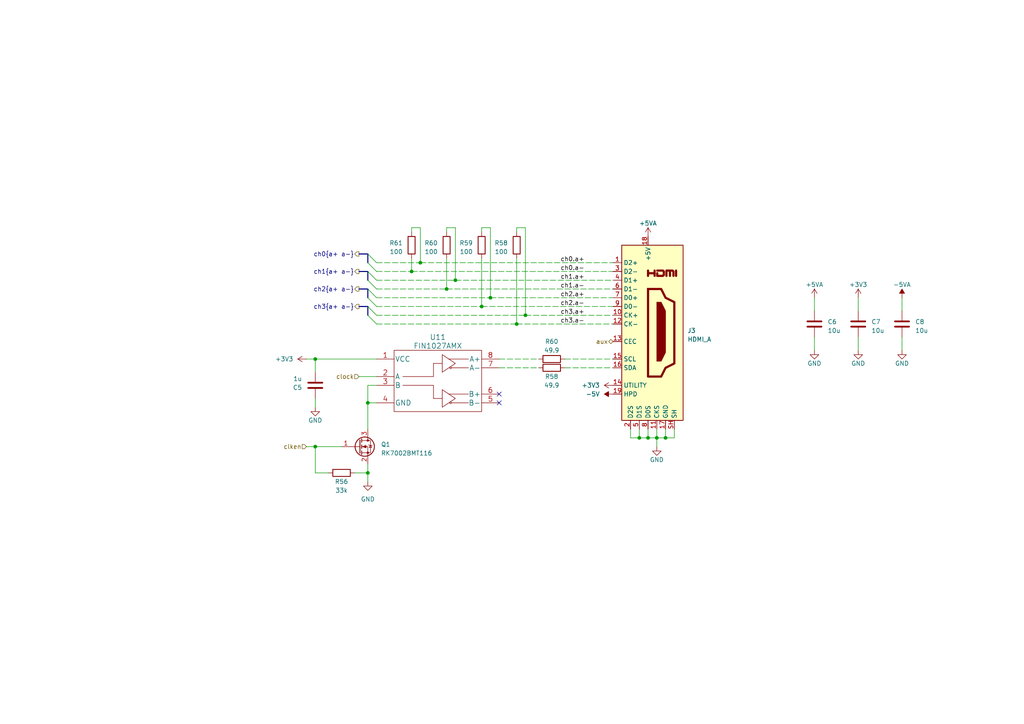
<source format=kicad_sch>
(kicad_sch (version 20221004) (generator eeschema)
  (paper "A4")
  (title_block (title "sin(π)") (date "2022-11-23") (rev "draft 0") (company "Porucha"))
  (lib_symbols
    (symbol "0000:FIN1027AMX" (pin_names (offset 0.254))
      (property "Reference" "U" (at 0 12.7 0))
      (property "Value" "FIN1027AMX" (at 0 10.16 0))
      (symbol "FIN1027AMX_1_1"
        (rectangle (start -12.7 7.62) (end 12.7 -10.16))
        (polyline (pts (xy 1.27 -6.35) (xy -1.27 -6.35)))
        (polyline (pts (xy 1.27 3.81) (xy -1.27 3.81)))
        (polyline (pts (xy 3.937 -7.62) (xy 8.89 -7.62)))
        (polyline (pts (xy 3.937 2.54) (xy 8.89 2.54)))
        (polyline (pts (xy 8.89 -5.08) (xy 3.175 -5.08)))
        (polyline (pts (xy 8.89 5.08) (xy 3.175 5.08)))
        (polyline (pts (xy -1.27 -6.35) (xy -1.27 -2.54) (xy -10.16 -2.54)))
        (polyline (pts (xy -1.27 3.81) (xy -1.27 0) (xy -10.16 0)))
        (polyline (pts (xy 1.27 -3.81) (xy 5.08 -6.35) (xy 1.27 -8.89) (xy 1.27 -3.81)))
        (polyline (pts (xy 1.27 6.35) (xy 5.08 3.81) (xy 1.27 1.27) (xy 1.27 6.35)))
        (circle (center 3.683 -7.62) (radius 0.254))
        (circle (center 3.683 2.54) (radius 0.254))
        (pin power_in line (at -17.78 5.08 0) (length 5.08) (name "VCC") (number "1"))
        (pin input line (at -17.78 0 0) (length 5.08) (name "A") (number "2"))
        (pin input line (at -17.78 -2.54 0) (length 5.08) (name "B") (number "3"))
        (pin power_in line (at -17.78 -7.62 0) (length 5.08) (name "GND") (number "4"))
        (pin output line (at 17.78 -7.62 180) (length 5.08) (name "B-") (number "5"))
        (pin output line (at 17.78 -5.08 180) (length 5.08) (name "B+") (number "6"))
        (pin output line (at 17.78 2.54 180) (length 5.08) (name "A-") (number "7"))
        (pin output line (at 17.78 5.08 180) (length 5.08) (name "A+") (number "8"))
      )
    )
    (symbol "Connector:HDMI_A"
      (property "Reference" "J" (at -6.35 26.67 0))
      (property "Value" "HDMI_A" (at 10.16 26.67 0))
      (symbol "HDMI_A_0_0"
        (polyline (pts (xy 8.128 16.51) (xy 8.128 18.034)) (stroke (width 0.635)))
        (polyline (pts (xy 0 16.51) (xy 0 18.034) (xy 0 17.272) (xy 1.905 17.272) (xy 1.905 18.034) (xy 1.905 16.51)) (stroke (width 0.635)))
        (polyline (pts (xy 2.667 18.034) (xy 4.318 18.034) (xy 4.572 17.78) (xy 4.572 16.764) (xy 4.318 16.51) (xy 2.667 16.51) (xy 2.667 17.272)) (stroke (width 0.635)))
      )
      (symbol "HDMI_A_0_1"
        (rectangle (start -7.62 25.4) (end 10.16 -25.4) (stroke (width 0.254)) (fill (type background)))
        (polyline (pts (xy 2.54 8.89) (xy 3.81 8.89) (xy 5.08 6.35) (xy 5.08 -5.715) (xy 3.81 -8.255) (xy 2.54 -8.255) (xy 2.54 8.89)) (fill (type outline)))
        (polyline (pts (xy 5.334 16.51) (xy 5.334 18.034) (xy 6.35 18.034) (xy 6.35 16.51) (xy 6.35 18.034) (xy 7.112 18.034) (xy 7.366 17.78) (xy 7.366 16.51)) (stroke (width 0.635)))
        (polyline (pts (xy 0 12.7) (xy 0 -12.7) (xy 3.81 -12.7) (xy 5.08 -10.16) (xy 7.62 -8.89) (xy 7.62 8.89) (xy 5.08 10.16) (xy 3.81 12.7) (xy 0 12.7)) (stroke (width 0.635)))
      )
      (symbol "HDMI_A_1_1"
        (pin passive line (at -10.16 20.32 0) (length 2.54) (name "D2+") (number "1"))
        (pin passive line (at -10.16 5.08 0) (length 2.54) (name "CK+") (number "10"))
        (pin power_in line (at 2.54 -27.94 90) (length 2.54) (name "CKS") (number "11"))
        (pin passive line (at -10.16 2.54 0) (length 2.54) (name "CK-") (number "12"))
        (pin bidirectional line (at -10.16 -2.54 0) (length 2.54) (name "CEC") (number "13"))
        (pin passive line (at -10.16 -15.24 0) (length 2.54) (name "UTILITY") (number "14"))
        (pin passive line (at -10.16 -7.62 0) (length 2.54) (name "SCL") (number "15"))
        (pin bidirectional line (at -10.16 -10.16 0) (length 2.54) (name "SDA") (number "16"))
        (pin power_in line (at 5.08 -27.94 90) (length 2.54) (name "GND") (number "17"))
        (pin power_in line (at 0 27.94 270) (length 2.54) (name "+5V") (number "18"))
        (pin passive line (at -10.16 -17.78 0) (length 2.54) (name "HPD") (number "19"))
        (pin power_in line (at -5.08 -27.94 90) (length 2.54) (name "D2S") (number "2"))
        (pin passive line (at -10.16 17.78 0) (length 2.54) (name "D2-") (number "3"))
        (pin passive line (at -10.16 15.24 0) (length 2.54) (name "D1+") (number "4"))
        (pin power_in line (at -2.54 -27.94 90) (length 2.54) (name "D1S") (number "5"))
        (pin passive line (at -10.16 12.7 0) (length 2.54) (name "D1-") (number "6"))
        (pin passive line (at -10.16 10.16 0) (length 2.54) (name "D0+") (number "7"))
        (pin power_in line (at 0 -27.94 90) (length 2.54) (name "D0S") (number "8"))
        (pin passive line (at -10.16 7.62 0) (length 2.54) (name "D0-") (number "9"))
        (pin passive line (at 7.62 -27.94 90) (length 2.54) (name "SH") (number "SH"))
      )
    )
    (symbol "Device:C" (pin_numbers hide) (pin_names (offset 0.254))
      (property "Reference" "C" (at 0.635 2.54 0))
      (property "Value" "C" (at 0.635 -2.54 0))
      (symbol "C_0_1"
        (polyline (pts (xy -2.032 -0.762) (xy 2.032 -0.762)) (stroke (width 0.508)))
        (polyline (pts (xy -2.032 0.762) (xy 2.032 0.762)) (stroke (width 0.508)))
      )
      (symbol "C_1_1"
        (pin passive line (at 0 3.81 270) (length 2.794) (name "~") (number "1"))
        (pin passive line (at 0 -3.81 90) (length 2.794) (name "~") (number "2"))
      )
    )
    (symbol "Device:R" (pin_numbers hide) (pin_names (offset 0))
      (property "Reference" "R" (at 2.032 0 90))
      (property "Value" "R" (at 0 0 90))
      (symbol "R_0_1"
        (rectangle (start -1.016 -2.54) (end 1.016 2.54) (stroke (width 0.254)))
      )
      (symbol "R_1_1"
        (pin passive line (at 0 3.81 270) (length 1.27) (name "~") (number "1"))
        (pin passive line (at 0 -3.81 90) (length 1.27) (name "~") (number "2"))
      )
    )
    (symbol "Transistor_FET:2N7002" (pin_names hide)
      (property "Reference" "Q" (at 5.08 1.905 0))
      (property "Value" "2N7002" (at 5.08 0 0))
      (symbol "2N7002_0_1"
        (polyline (pts (xy 0.254 0) (xy -2.54 0)))
        (polyline (pts (xy 0.254 1.905) (xy 0.254 -1.905)) (stroke (width 0.254)))
        (polyline (pts (xy 0.762 -1.27) (xy 0.762 -2.286)) (stroke (width 0.254)))
        (polyline (pts (xy 0.762 0.508) (xy 0.762 -0.508)) (stroke (width 0.254)))
        (polyline (pts (xy 0.762 2.286) (xy 0.762 1.27)) (stroke (width 0.254)))
        (polyline (pts (xy 2.54 2.54) (xy 2.54 1.778)))
        (polyline (pts (xy 2.54 -2.54) (xy 2.54 0) (xy 0.762 0)))
        (polyline (pts (xy 0.762 -1.778) (xy 3.302 -1.778) (xy 3.302 1.778) (xy 0.762 1.778)))
        (polyline (pts (xy 1.016 0) (xy 2.032 0.381) (xy 2.032 -0.381) (xy 1.016 0)) (fill (type outline)))
        (polyline (pts (xy 2.794 0.508) (xy 2.921 0.381) (xy 3.683 0.381) (xy 3.81 0.254)))
        (polyline (pts (xy 3.302 0.381) (xy 2.921 -0.254) (xy 3.683 -0.254) (xy 3.302 0.381)))
        (circle (center 1.651 0) (radius 2.794) (stroke (width 0.254)))
        (circle (center 2.54 -1.778) (radius 0.254) (fill (type outline)))
        (circle (center 2.54 1.778) (radius 0.254) (fill (type outline)))
      )
      (symbol "2N7002_1_1"
        (pin input line (at -5.08 0 0) (length 2.54) (name "G") (number "1"))
        (pin passive line (at 2.54 -5.08 90) (length 2.54) (name "S") (number "2"))
        (pin passive line (at 2.54 5.08 270) (length 2.54) (name "D") (number "3"))
      )
    )
    (symbol "power:+3V3" (power) (pin_names (offset 0))
      (property "Value" "+3V3" (at 0 3.556 0))
      (symbol "+3V3_0_1"
        (polyline (pts (xy -0.762 1.27) (xy 0 2.54)))
        (polyline (pts (xy 0 0) (xy 0 2.54)))
        (polyline (pts (xy 0 2.54) (xy 0.762 1.27)))
      )
      (symbol "+3V3_1_1"
        (pin power_in line (at 0 0 90) (length 0) hide (name "+3V3") (number "1"))
      )
    )
    (symbol "power:+5VA" (power) (pin_names (offset 0))
      (property "Value" "+5VA" (at 0 3.556 0))
      (symbol "+5VA_0_1"
        (polyline (pts (xy -0.762 1.27) (xy 0 2.54)))
        (polyline (pts (xy 0 0) (xy 0 2.54)))
        (polyline (pts (xy 0 2.54) (xy 0.762 1.27)))
      )
      (symbol "+5VA_1_1"
        (pin power_in line (at 0 0 90) (length 0) hide (name "+5VA") (number "1"))
      )
    )
    (symbol "power:-5V" (power) (pin_names (offset 0))
      (property "Value" "-5V" (at 0 3.81 0))
      (symbol "-5V_0_0"
        (pin power_in line (at 0 0 90) (length 0) hide (name "-5V") (number "1"))
      )
      (symbol "-5V_0_1"
        (polyline (pts (xy 0 0) (xy 0 1.27) (xy 0.762 1.27) (xy 0 2.54) (xy -0.762 1.27) (xy 0 1.27)) (fill (type outline)))
      )
    )
    (symbol "power:-5VA" (power) (pin_names (offset 0))
      (property "Value" "-5VA" (at 0 3.81 0))
      (symbol "-5VA_0_0"
        (pin power_in line (at 0 0 90) (length 0) hide (name "-5VA") (number "1"))
      )
      (symbol "-5VA_0_1"
        (polyline (pts (xy 0 0) (xy 0 1.27) (xy 0.762 1.27) (xy 0 2.54) (xy -0.762 1.27) (xy 0 1.27)) (fill (type outline)))
      )
    )
    (symbol "power:GND" (power) (pin_names (offset 0))
      (property "Value" "GND" (at 0 -3.81 0))
      (symbol "GND_0_1"
        (polyline (pts (xy 0 0) (xy 0 -1.27) (xy 1.27 -1.27) (xy 0 -2.54) (xy -1.27 -1.27) (xy 0 -1.27)))
      )
      (symbol "GND_1_1"
        (pin power_in line (at 0 0 270) (length 0) hide (name "GND") (number "1"))
      )
    )
  )
  (junction (at 139.7 88.9))
  (junction (at 121.92 76.2))
  (junction (at 190.5 127))
  (junction (at 149.86 93.98))
  (junction (at 132.08 81.28))
  (junction (at 106.68 137.16))
  (junction (at 185.42 127))
  (junction (at 129.54 83.82))
  (junction (at 91.44 129.54))
  (junction (at 119.38 78.74))
  (junction (at 152.4 91.44))
  (junction (at 91.44 104.14))
  (junction (at 142.24 86.36))
  (junction (at 193.04 127))
  (junction (at 106.68 116.84))
  (junction (at 187.96 127))
  (no_connect (at 144.78 116.84))
  (no_connect (at 144.78 114.3))
  (bus_entry (at 106.68 83.82) (size 2.54 2.54))
  (bus_entry (at 106.68 78.74) (size 2.54 2.54))
  (bus_entry (at 106.68 76.2) (size 2.54 2.54))
  (bus_entry (at 106.68 88.9) (size 2.54 2.54))
  (bus_entry (at 106.68 81.28) (size 2.54 2.54))
  (bus_entry (at 106.68 86.36) (size 2.54 2.54))
  (bus_entry (at 106.68 73.66) (size 2.54 2.54))
  (bus_entry (at 106.68 91.44) (size 2.54 2.54))
  (wire (pts (xy 185.42 127) (xy 187.96 127)))
  (wire (pts (xy 109.22 76.2) (xy 121.92 76.2)) (stroke (width 0) (type dash)))
  (wire (pts (xy 119.38 66.04) (xy 119.38 67.31)))
  (wire (pts (xy 106.68 139.7) (xy 106.68 137.16)))
  (wire (pts (xy 193.04 127) (xy 190.5 127)))
  (wire (pts (xy 182.88 124.46) (xy 182.88 127)))
  (wire (pts (xy 106.68 116.84) (xy 106.68 124.46)))
  (bus (pts (xy 104.14 83.82) (xy 106.68 83.82)))
  (wire (pts (xy 119.38 78.74) (xy 177.8 78.74)) (stroke (width 0) (type dash)))
  (wire (pts (xy 106.68 137.16) (xy 106.68 134.62)))
  (wire (pts (xy 139.7 66.04) (xy 139.7 67.31)))
  (wire (pts (xy 88.9 104.14) (xy 91.44 104.14)))
  (wire (pts (xy 236.22 86.36) (xy 236.22 90.17)))
  (wire (pts (xy 106.68 116.84) (xy 109.22 116.84)))
  (wire (pts (xy 248.92 86.36) (xy 248.92 90.17)))
  (wire (pts (xy 182.88 127) (xy 185.42 127)))
  (wire (pts (xy 149.86 67.31) (xy 149.86 66.04)))
  (wire (pts (xy 193.04 127) (xy 195.58 127)))
  (wire (pts (xy 109.22 111.76) (xy 106.68 111.76)))
  (wire (pts (xy 139.7 74.93) (xy 139.7 88.9)))
  (wire (pts (xy 236.22 97.79) (xy 236.22 101.6)))
  (wire (pts (xy 149.86 74.93) (xy 149.86 93.98)))
  (wire (pts (xy 119.38 66.04) (xy 121.92 66.04)))
  (wire (pts (xy 163.83 106.68) (xy 177.8 106.68)) (stroke (width 0) (type dash)))
  (wire (pts (xy 129.54 74.93) (xy 129.54 83.82)))
  (wire (pts (xy 139.7 66.04) (xy 142.24 66.04)))
  (wire (pts (xy 129.54 66.04) (xy 129.54 67.31)))
  (wire (pts (xy 132.08 66.04) (xy 132.08 81.28)))
  (wire (pts (xy 193.04 124.46) (xy 193.04 127)))
  (wire (pts (xy 163.83 104.14) (xy 177.8 104.14)) (stroke (width 0) (type dash)))
  (bus (pts (xy 104.14 73.66) (xy 106.68 73.66)))
  (wire (pts (xy 190.5 124.46) (xy 190.5 127)))
  (wire (pts (xy 152.4 66.04) (xy 152.4 91.44)))
  (wire (pts (xy 109.22 83.82) (xy 129.54 83.82)) (stroke (width 0) (type dash)))
  (wire (pts (xy 190.5 127) (xy 190.5 129.54)))
  (wire (pts (xy 195.58 127) (xy 195.58 124.46)))
  (wire (pts (xy 121.92 76.2) (xy 177.8 76.2)) (stroke (width 0) (type dash)))
  (wire (pts (xy 88.9 129.54) (xy 91.44 129.54)))
  (bus (pts (xy 106.68 91.44) (xy 106.68 88.9)))
  (wire (pts (xy 121.92 66.04) (xy 121.92 76.2)))
  (wire (pts (xy 132.08 81.28) (xy 177.8 81.28)) (stroke (width 0) (type dash)))
  (wire (pts (xy 144.78 106.68) (xy 156.21 106.68)) (stroke (width 0) (type dash)))
  (wire (pts (xy 109.22 78.74) (xy 119.38 78.74)) (stroke (width 0) (type dash)))
  (bus (pts (xy 106.68 81.28) (xy 106.68 78.74)))
  (bus (pts (xy 106.68 86.36) (xy 106.68 83.82)))
  (wire (pts (xy 91.44 104.14) (xy 109.22 104.14)))
  (wire (pts (xy 102.87 137.16) (xy 106.68 137.16)))
  (wire (pts (xy 109.22 86.36) (xy 142.24 86.36)) (stroke (width 0) (type dash)))
  (wire (pts (xy 190.5 127) (xy 187.96 127)))
  (wire (pts (xy 187.96 124.46) (xy 187.96 127)))
  (wire (pts (xy 149.86 93.98) (xy 177.8 93.98)) (stroke (width 0) (type dash)))
  (wire (pts (xy 185.42 124.46) (xy 185.42 127)))
  (wire (pts (xy 109.22 93.98) (xy 149.86 93.98)) (stroke (width 0) (type dash)))
  (bus (pts (xy 106.68 76.2) (xy 106.68 73.66)))
  (wire (pts (xy 109.22 81.28) (xy 132.08 81.28)) (stroke (width 0) (type dash)))
  (wire (pts (xy 91.44 107.95) (xy 91.44 104.14)))
  (wire (pts (xy 91.44 137.16) (xy 91.44 129.54)))
  (wire (pts (xy 91.44 137.16) (xy 95.25 137.16)))
  (wire (pts (xy 129.54 83.82) (xy 177.8 83.82)) (stroke (width 0) (type dash)))
  (wire (pts (xy 144.78 104.14) (xy 156.21 104.14)) (stroke (width 0) (type dash)))
  (wire (pts (xy 142.24 66.04) (xy 142.24 86.36)))
  (wire (pts (xy 91.44 129.54) (xy 99.06 129.54)))
  (wire (pts (xy 129.54 66.04) (xy 132.08 66.04)))
  (wire (pts (xy 261.62 97.79) (xy 261.62 101.6)))
  (wire (pts (xy 149.86 66.04) (xy 152.4 66.04)))
  (wire (pts (xy 248.92 97.79) (xy 248.92 101.6)))
  (wire (pts (xy 109.22 91.44) (xy 152.4 91.44)) (stroke (width 0) (type dash)))
  (wire (pts (xy 109.22 88.9) (xy 139.7 88.9)) (stroke (width 0) (type dash)))
  (wire (pts (xy 106.68 111.76) (xy 106.68 116.84)))
  (bus (pts (xy 104.14 78.74) (xy 106.68 78.74)))
  (wire (pts (xy 261.62 86.36) (xy 261.62 90.17)))
  (wire (pts (xy 139.7 88.9) (xy 177.8 88.9)) (stroke (width 0) (type dash)))
  (wire (pts (xy 119.38 74.93) (xy 119.38 78.74)))
  (wire (pts (xy 104.14 109.22) (xy 109.22 109.22)))
  (bus (pts (xy 104.14 88.9) (xy 106.68 88.9)))
  (wire (pts (xy 142.24 86.36) (xy 177.8 86.36)) (stroke (width 0) (type dash)))
  (wire (pts (xy 91.44 115.57) (xy 91.44 118.11)))
  (wire (pts (xy 152.4 91.44) (xy 177.8 91.44)) (stroke (width 0) (type dash)))
  (label "ch2.a+" (at 162.56 86.36 0))
  (label "ch1.a+" (at 162.56 81.28 0))
  (label "ch0.a+" (at 162.56 76.2 0))
  (label "ch2.a-" (at 162.56 88.9 0))
  (label "ch0.a-" (at 162.56 78.74 0))
  (label "ch3.a+" (at 162.56 91.44 0))
  (label "ch3.a-" (at 162.56 93.98 0))
  (label "ch1.a-" (at 162.56 83.82 0))
  (hierarchical_label "ch1{a+ a-}" (shape output) (at 104.14 78.74 180))
  (hierarchical_label "ch2{a+ a-}" (shape output) (at 104.14 83.82 180))
  (hierarchical_label "clken" (shape input) (at 88.9 129.54 180))
  (hierarchical_label "aux" (shape bidirectional) (at 177.8 99.06 180))
  (hierarchical_label "ch0{a+ a-}" (shape output) (at 104.14 73.66 180))
  (hierarchical_label "clock" (shape input) (at 104.14 109.22 180))
  (hierarchical_label "ch3{a+ a-}" (shape output) (at 104.14 88.9 180))
  (symbol (lib_id "power:GND") (at 248.92 101.6 0) (unit 1)
    (property "Reference" "#PWR?" (effects hide))
    (property "Value" "GND" (at 248.92 105.41 0))
    (instances (project "sinpi" (path "" (reference "#PWR?") (unit 1) (value "GND") (footprint "")) (path "" (reference "#PWR038") (unit 1) (value "GND") (footprint "")) (path "" (reference "#PWR052") (unit 1) (value "GND") (footprint "")) (path "" (reference "#PWR0168") (unit 1) (value "GND") (footprint ""))))
  )
  (symbol (lib_id "Device:C") (at 248.92 93.98 0) (unit 1)
    (property "Reference" "C7" (at 252.73 93.345 0) (effects (justify left)))
    (property "Value" "10u" (at 252.73 95.885 0) (effects (justify left)))
    (instances (project "sinpi" (path "" (reference "C7") (unit 1) (value "10u") (footprint "")) (path "" (reference "C77") (unit 1) (value "10u") (footprint "")) (path "" (reference "C81") (unit 1) (value "10u") (footprint "")) (path "" (reference "C94") (unit 1) (value "10u") (footprint ""))))
  )
  (symbol (lib_id "Transistor_FET:2N7002") (at 104.14 129.54 0) (unit 1)
    (property "Reference" "Q1" (at 110.49 128.905 0) (effects (justify left)))
    (property "Value" "RK7002BMT116" (at 110.49 131.445 0) (effects (justify left)))
    (property "Footprint" "Package_TO_SOT_SMD:SOT-23" (effects hide))
    (property "Datasheet" "RK7002BMT116" (effects hide))
    (instances (project "sinpi" (path "" (reference "Q1") (unit 1) (value "RK7002BMT116") (footprint "Package_TO_SOT_SMD:SOT-23")) (path "" (reference "Q3") (unit 1) (value "RK7002BMT116") (footprint "Package_TO_SOT_SMD:SOT-23"))))
  )
  (symbol (lib_id "Device:C") (at 236.22 93.98 0) (unit 1)
    (property "Reference" "C6" (at 240.03 93.345 0) (effects (justify left)))
    (property "Value" "10u" (at 240.03 95.885 0) (effects (justify left)))
    (instances (project "sinpi" (path "" (reference "C6") (unit 1) (value "10u") (footprint "")) (path "" (reference "C76") (unit 1) (value "10u") (footprint "")) (path "" (reference "C80") (unit 1) (value "10u") (footprint "")) (path "" (reference "C93") (unit 1) (value "10u") (footprint ""))))
  )
  (symbol (lib_id "power:GND") (at 261.62 101.6 0) (unit 1)
    (property "Reference" "#PWR?" (effects hide))
    (property "Value" "GND" (at 261.62 105.41 0))
    (instances (project "sinpi" (path "" (reference "#PWR?") (unit 1) (value "GND") (footprint "")) (path "" (reference "#PWR040") (unit 1) (value "GND") (footprint "")) (path "" (reference "#PWR054") (unit 1) (value "GND") (footprint "")) (path "" (reference "#PWR0170") (unit 1) (value "GND") (footprint ""))))
  )
  (symbol (lib_id "Device:R") (at 149.86 71.12 0) (unit 1)
    (property "Reference" "R58" (at 147.32 70.485 0) (effects (justify right)))
    (property "Value" "100" (at 147.32 73.025 0) (effects (justify right)))
    (instances (project "sinpi" (path "" (reference "R58") (unit 1) (value "100") (footprint "")) (path "" (reference "R69") (unit 1) (value "100") (footprint "")) (path "" (reference "R73") (unit 1) (value "100") (footprint "")) (path "" (reference "R89") (unit 1) (value "100") (footprint ""))))
  )
  (symbol (lib_id "power:GND") (at 106.68 139.7 0) (unit 1)
    (property "Reference" "#PWR?" (effects hide))
    (property "Value" "GND" (at 106.68 144.78 0))
    (instances (project "sinpi" (path "" (reference "#PWR?") (unit 1) (value "GND") (footprint "")) (path "" (reference "#PWR093") (unit 1) (value "GND") (footprint ""))))
  )
  (symbol (lib_id "power:-5VA") (at 261.62 86.36 0) (unit 1)
    (property "Reference" "#PWR?" (effects hide))
    (property "Value" "-5VA" (at 261.62 82.55 0))
    (instances (project "sinpi" (path "" (reference "#PWR?") (unit 1) (value "-5VA") (footprint "")) (path "" (reference "#PWR039") (unit 1) (value "-5VA") (footprint "")) (path "" (reference "#PWR053") (unit 1) (value "-5VA") (footprint "")) (path "" (reference "#PWR0169") (unit 1) (value "-5VA") (footprint ""))))
  )
  (symbol (lib_id "Device:R") (at 119.38 71.12 0) (unit 1)
    (property "Reference" "R61" (at 116.84 70.485 0) (effects (justify right)))
    (property "Value" "100" (at 116.84 73.025 0) (effects (justify right)))
    (instances (project "sinpi" (path "" (reference "R61") (unit 1) (value "100") (footprint "")) (path "" (reference "R66") (unit 1) (value "100") (footprint "")) (path "" (reference "R70") (unit 1) (value "100") (footprint "")) (path "" (reference "R86") (unit 1) (value "100") (footprint ""))))
  )
  (symbol (lib_id "power:GND") (at 236.22 101.6 0) (unit 1)
    (property "Reference" "#PWR?" (effects hide))
    (property "Value" "GND" (at 236.22 105.41 0))
    (instances (project "sinpi" (path "" (reference "#PWR?") (unit 1) (value "GND") (footprint "")) (path "" (reference "#PWR036") (unit 1) (value "GND") (footprint "")) (path "" (reference "#PWR050") (unit 1) (value "GND") (footprint "")) (path "" (reference "#PWR0150") (unit 1) (value "GND") (footprint ""))))
  )
  (symbol (lib_id "Connector:HDMI_A") (at 187.96 96.52 0) (unit 1)
    (property "Reference" "J3" (at 199.39 95.885 0) (effects (justify left)))
    (property "Value" "HDMI_A" (at 199.39 98.425 0) (effects (justify left)))
    (property "Datasheet" "https://en.wikipedia.org/wiki/HDMI" (effects hide))
    (instances (project "sinpi" (path "" (reference "J3") (unit 1) (value "HDMI_A") (footprint "")) (path "" (reference "J5") (unit 1) (value "SS-53000-003") (footprint "0000:SS-53000-003")) (path "" (reference "J6") (unit 1) (value "HDMI_A") (footprint "")) (path "" (reference "J13") (unit 1) (value "HDMI_A") (footprint ""))))
  )
  (symbol (lib_id "Device:C") (at 261.62 93.98 0) (unit 1)
    (property "Reference" "C8" (at 265.43 93.345 0) (effects (justify left)))
    (property "Value" "10u" (at 265.43 95.885 0) (effects (justify left)))
    (instances (project "sinpi" (path "" (reference "C8") (unit 1) (value "10u") (footprint "")) (path "" (reference "C78") (unit 1) (value "10u") (footprint "")) (path "" (reference "C82") (unit 1) (value "10u") (footprint "")) (path "" (reference "C95") (unit 1) (value "10u") (footprint ""))))
  )
  (symbol (lib_id "power:+5VA") (at 236.22 86.36 0) (unit 1)
    (property "Reference" "#PWR?" (effects hide))
    (property "Value" "+5VA" (at 236.22 82.55 0))
    (instances (project "sinpi" (path "" (reference "#PWR?") (unit 1) (value "+5VA") (footprint "")) (path "" (reference "#PWR035") (unit 1) (value "+5VA") (footprint "")) (path "" (reference "#PWR049") (unit 1) (value "+5VA") (footprint "")) (path "" (reference "#PWR0137") (unit 1) (value "+5VA") (footprint ""))))
  )
  (symbol (lib_id "Device:R") (at 160.02 106.68 270) (mirror x) (unit 1)
    (property "Reference" "R58" (at 160.02 109.22 90))
    (property "Value" "49.9" (at 160.02 111.76 90))
    (instances (project "sinpi" (path "" (reference "R58") (unit 1) (value "49.9") (footprint "")) (path "" (reference "R58") (unit 1) (value "49.9") (footprint "")) (path "" (reference "R63") (unit 1) (value "49.9") (footprint "")) (path "" (reference "R91") (unit 1) (value "49.9") (footprint ""))))
  )
  (symbol (lib_id "Device:R") (at 139.7 71.12 0) (unit 1)
    (property "Reference" "R59" (at 137.16 70.485 0) (effects (justify right)))
    (property "Value" "100" (at 137.16 73.025 0) (effects (justify right)))
    (instances (project "sinpi" (path "" (reference "R59") (unit 1) (value "100") (footprint "")) (path "" (reference "R68") (unit 1) (value "100") (footprint "")) (path "" (reference "R72") (unit 1) (value "100") (footprint "")) (path "" (reference "R88") (unit 1) (value "100") (footprint ""))))
  )
  (symbol (lib_id "power:GND") (at 91.44 118.11 0) (unit 1)
    (property "Reference" "#PWR?" (effects hide))
    (property "Value" "GND" (at 91.44 121.92 0))
    (instances (project "sinpi" (path "" (reference "#PWR?") (unit 1) (value "GND") (footprint "")) (path "" (reference "#PWR092") (unit 1) (value "GND") (footprint ""))))
  )
  (symbol (lib_id "Device:R") (at 160.02 104.14 90) (unit 1)
    (property "Reference" "R60" (at 160.02 99.06 90))
    (property "Value" "49.9" (at 160.02 101.6 90))
    (instances (project "sinpi" (path "" (reference "R60") (unit 1) (value "49.9") (footprint "")) (path "" (reference "R60") (unit 1) (value "49.9") (footprint "")) (path "" (reference "R62") (unit 1) (value "49.9") (footprint "")) (path "" (reference "R90") (unit 1) (value "49.9") (footprint ""))))
  )
  (symbol (lib_id "power:-5V") (at 177.8 114.3 90) (mirror x) (unit 1)
    (property "Reference" "#PWR?" (effects hide))
    (property "Value" "-5V" (at 173.99 114.3 90) (effects (justify left)))
    (instances (project "sinpi" (path "" (reference "#PWR?") (unit 1) (value "-5V") (footprint "")) (path "" (reference "#PWR032") (unit 1) (value "-5V") (footprint "")) (path "" (reference "#PWR046") (unit 1) (value "-5V") (footprint "")) (path "" (reference "#PWR095") (unit 1) (value "-5V") (footprint ""))))
  )
  (symbol (lib_id "power:+3V3") (at 248.92 86.36 0) (unit 1)
    (property "Reference" "#PWR?" (effects hide))
    (property "Value" "+3V3" (at 248.92 82.55 0))
    (instances (project "sinpi" (path "" (reference "#PWR?") (unit 1) (value "+3V3") (footprint "")) (path "" (reference "#PWR037") (unit 1) (value "+3V3") (footprint "")) (path "" (reference "#PWR051") (unit 1) (value "+3V3") (footprint "")) (path "" (reference "#PWR0158") (unit 1) (value "+3V3") (footprint ""))))
  )
  (symbol (lib_id "Device:C") (at 91.44 111.76 0) (mirror x) (unit 1)
    (property "Reference" "C5" (at 87.63 112.395 0) (effects (justify right)))
    (property "Value" "1u" (at 87.63 109.855 0) (effects (justify right)))
    (instances (project "sinpi" (path "" (reference "C5") (unit 1) (value "1u") (footprint "")) (path "" (reference "C92") (unit 1) (value "1u") (footprint ""))))
  )
  (symbol (lib_id "power:+3V3") (at 88.9 104.14 90) (mirror x) (unit 1)
    (property "Reference" "#PWR?" (effects hide))
    (property "Value" "+3V3" (at 85.09 104.14 90) (effects (justify left)))
    (instances (project "sinpi" (path "" (reference "#PWR?") (unit 1) (value "+3V3") (footprint "")) (path "" (reference "#PWR091") (unit 1) (value "+3V3") (footprint ""))))
  )
  (symbol (lib_id "power:GND") (at 190.5 129.54 0) (unit 1)
    (property "Reference" "#PWR?" (effects hide))
    (property "Value" "GND" (at 190.5 133.35 0))
    (instances (project "sinpi" (path "" (reference "#PWR?") (unit 1) (value "GND") (footprint "")) (path "" (reference "#PWR034") (unit 1) (value "GND") (footprint "")) (path "" (reference "#PWR048") (unit 1) (value "GND") (footprint "")) (path "" (reference "#PWR097") (unit 1) (value "GND") (footprint ""))))
  )
  (symbol (lib_id "Device:R") (at 99.06 137.16 90) (mirror x) (unit 1)
    (property "Reference" "R56" (at 99.06 139.7 90))
    (property "Value" "33k" (at 99.06 142.24 90))
    (instances (project "sinpi" (path "" (reference "R56") (unit 1) (value "33k") (footprint "")) (path "" (reference "R85") (unit 1) (value "33k") (footprint ""))))
  )
  (symbol (lib_id "Device:R") (at 129.54 71.12 0) (unit 1)
    (property "Reference" "R60" (at 127 70.485 0) (effects (justify right)))
    (property "Value" "100" (at 127 73.025 0) (effects (justify right)))
    (instances (project "sinpi" (path "" (reference "R60") (unit 1) (value "100") (footprint "")) (path "" (reference "R67") (unit 1) (value "100") (footprint "")) (path "" (reference "R71") (unit 1) (value "100") (footprint "")) (path "" (reference "R87") (unit 1) (value "100") (footprint ""))))
  )
  (symbol (lib_id "0000:FIN1027AMX") (at 127 109.22 0) (unit 1)
    (property "Reference" "U11" (at 127 97.79 0) (effects (font (size 1.524 1.524))))
    (property "Value" "FIN1027AMX" (at 127 100.33 0) (effects (font (size 1.524 1.524))))
    (property "Footprint" "0000:FIN1027AMX" (effects hide))
    (instances (project "sinpi" (path "" (reference "U11") (unit 1) (value "FIN1027AMX") (footprint "0000:FIN1027AMX")) (path "" (reference "U17") (unit 1) (value "FIN1027AMX") (footprint "0000:FIN1027AMX"))))
  )
  (symbol (lib_id "power:+5VA") (at 187.96 68.58 0) (unit 1)
    (property "Reference" "#PWR?" (effects hide))
    (property "Value" "+5VA" (at 187.96 64.77 0))
    (instances (project "sinpi" (path "" (reference "#PWR?") (unit 1) (value "+5VA") (footprint "")) (path "" (reference "#PWR033") (unit 1) (value "+5VA") (footprint "")) (path "" (reference "#PWR047") (unit 1) (value "+5VA") (footprint "")) (path "" (reference "#PWR096") (unit 1) (value "+5VA") (footprint ""))))
  )
  (symbol (lib_id "power:+3V3") (at 177.8 111.76 90) (unit 1)
    (property "Reference" "#PWR?" (effects hide))
    (property "Value" "+3V3" (at 173.99 111.76 90) (effects (justify left)))
    (instances (project "sinpi" (path "" (reference "#PWR?") (unit 1) (value "+3V3") (footprint "")) (path "" (reference "#PWR031") (unit 1) (value "+3V3") (footprint "")) (path "" (reference "#PWR045") (unit 1) (value "+3V3") (footprint "")) (path "" (reference "#PWR094") (unit 1) (value "+3V3") (footprint ""))))
  )
)
</source>
